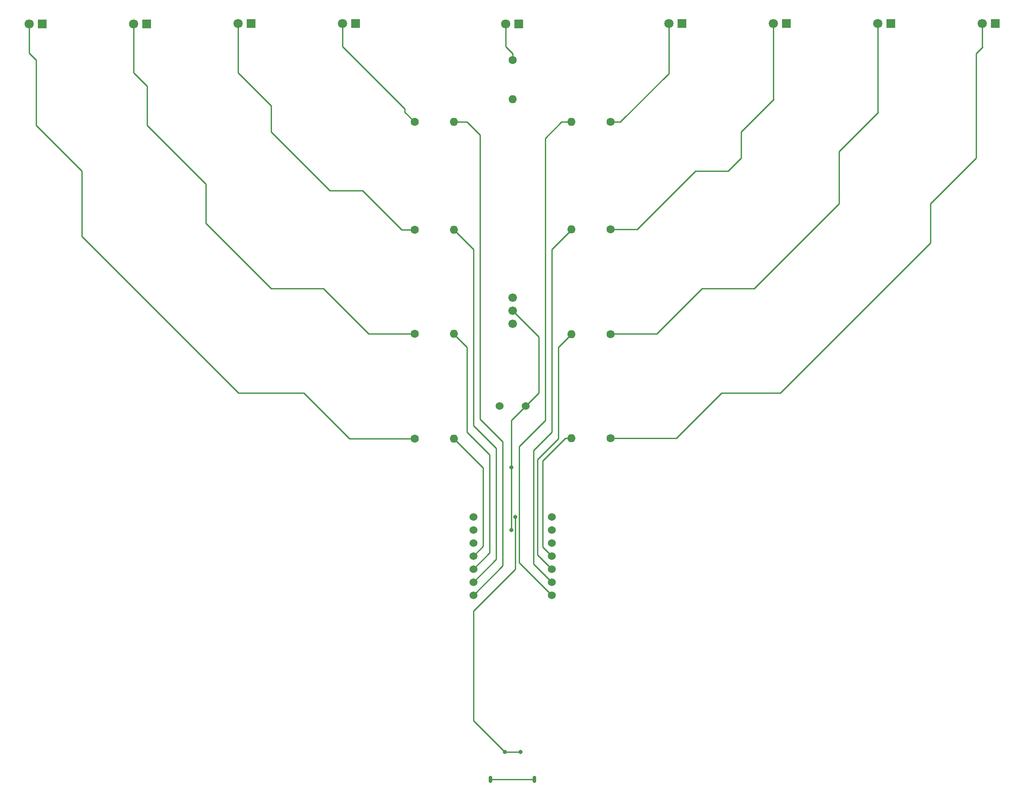
<source format=gbr>
%TF.GenerationSoftware,KiCad,Pcbnew,(6.0.9)*%
%TF.CreationDate,2022-11-09T13:14:35-05:00*%
%TF.ProjectId,CircuitPythonukiah,43697263-7569-4745-9079-74686f6e756b,1.0.0*%
%TF.SameCoordinates,Original*%
%TF.FileFunction,Copper,L1,Top*%
%TF.FilePolarity,Positive*%
%FSLAX46Y46*%
G04 Gerber Fmt 4.6, Leading zero omitted, Abs format (unit mm)*
G04 Created by KiCad (PCBNEW (6.0.9)) date 2022-11-09 13:14:35*
%MOMM*%
%LPD*%
G01*
G04 APERTURE LIST*
%TA.AperFunction,ComponentPad*%
%ADD10R,1.800000X1.800000*%
%TD*%
%TA.AperFunction,ComponentPad*%
%ADD11C,1.800000*%
%TD*%
%TA.AperFunction,ComponentPad*%
%ADD12C,1.600000*%
%TD*%
%TA.AperFunction,ComponentPad*%
%ADD13O,1.600000X1.600000*%
%TD*%
%TA.AperFunction,ComponentPad*%
%ADD14C,1.524000*%
%TD*%
%TA.AperFunction,ComponentPad*%
%ADD15C,1.676400*%
%TD*%
%TA.AperFunction,ComponentPad*%
%ADD16O,0.700000X1.400000*%
%TD*%
%TA.AperFunction,ViaPad*%
%ADD17C,0.800000*%
%TD*%
%TA.AperFunction,Conductor*%
%ADD18C,0.250000*%
%TD*%
G04 APERTURE END LIST*
D10*
%TO.P,D8,1,K*%
%TO.N,GND*%
X222144258Y-42439258D03*
D11*
%TO.P,D8,2,A*%
%TO.N,Net-(D8-Pad2)*%
X219604258Y-42439258D03*
%TD*%
D12*
%TO.P,R4,1*%
%TO.N,Net-(D4-Pad2)*%
X109220000Y-61595000D03*
D13*
%TO.P,R4,2*%
%TO.N,LED4*%
X116840000Y-61595000D03*
%TD*%
D12*
%TO.P,R9,1*%
%TO.N,Net-(D9-Pad2)*%
X128270000Y-49530000D03*
D13*
%TO.P,R9,2*%
%TO.N,SHAMASH*%
X128270000Y-57150000D03*
%TD*%
D10*
%TO.P,D9,1,K*%
%TO.N,GND*%
X129439258Y-42479258D03*
D11*
%TO.P,D9,2,A*%
%TO.N,Net-(D9-Pad2)*%
X126899258Y-42479258D03*
%TD*%
D12*
%TO.P,R3,1*%
%TO.N,Net-(D3-Pad2)*%
X109220000Y-82550000D03*
D13*
%TO.P,R3,2*%
%TO.N,LED3*%
X116840000Y-82550000D03*
%TD*%
D12*
%TO.P,R7,1*%
%TO.N,Net-(D7-Pad2)*%
X147320000Y-102870000D03*
D13*
%TO.P,R7,2*%
%TO.N,LED7*%
X139700000Y-102870000D03*
%TD*%
D12*
%TO.P,R6,1*%
%TO.N,Net-(D6-Pad2)*%
X147320000Y-82444258D03*
D13*
%TO.P,R6,2*%
%TO.N,LED6*%
X139700000Y-82444258D03*
%TD*%
D10*
%TO.P,D7,1,K*%
%TO.N,GND*%
X201824258Y-42439258D03*
D11*
%TO.P,D7,2,A*%
%TO.N,Net-(D7-Pad2)*%
X199284258Y-42439258D03*
%TD*%
D10*
%TO.P,D4,1,K*%
%TO.N,GND*%
X97684258Y-42439258D03*
D11*
%TO.P,D4,2,A*%
%TO.N,Net-(D4-Pad2)*%
X95144258Y-42439258D03*
%TD*%
D12*
%TO.P,R5,1*%
%TO.N,Net-(D5-Pad2)*%
X147320000Y-61595000D03*
D13*
%TO.P,R5,2*%
%TO.N,LED5*%
X139700000Y-61595000D03*
%TD*%
D10*
%TO.P,D3,1,K*%
%TO.N,GND*%
X77364258Y-42439258D03*
D11*
%TO.P,D3,2,A*%
%TO.N,Net-(D3-Pad2)*%
X74824258Y-42439258D03*
%TD*%
D12*
%TO.P,R8,1*%
%TO.N,Net-(D8-Pad2)*%
X147320000Y-123084258D03*
D13*
%TO.P,R8,2*%
%TO.N,LED8*%
X139700000Y-123084258D03*
%TD*%
D12*
%TO.P,R1,1*%
%TO.N,Net-(D1-Pad2)*%
X109220000Y-123190000D03*
D13*
%TO.P,R1,2*%
%TO.N,LED1*%
X116840000Y-123190000D03*
%TD*%
D10*
%TO.P,D5,1,K*%
%TO.N,GND*%
X161184258Y-42439258D03*
D11*
%TO.P,D5,2,A*%
%TO.N,Net-(D5-Pad2)*%
X158644258Y-42439258D03*
%TD*%
D10*
%TO.P,D6,1,K*%
%TO.N,GND*%
X181504258Y-42439258D03*
D11*
%TO.P,D6,2,A*%
%TO.N,Net-(D6-Pad2)*%
X178964258Y-42439258D03*
%TD*%
D14*
%TO.P,U1,1,5V*%
%TO.N,5V*%
X135890000Y-138430000D03*
%TO.P,U1,2,GND*%
%TO.N,GND*%
X135890000Y-140970000D03*
%TO.P,U1,3,3V*%
%TO.N,3V*%
X135890000Y-143510000D03*
%TO.P,U1,4,MO*%
%TO.N,LED8*%
X135890000Y-146050000D03*
%TO.P,U1,5,MI*%
%TO.N,LED7*%
X135890000Y-148590000D03*
%TO.P,U1,6,SCK*%
%TO.N,LED6*%
X135890000Y-151130000D03*
%TO.P,U1,7,RX*%
%TO.N,LED5*%
X135890000Y-153670000D03*
%TO.P,U1,8,A0*%
%TO.N,MUTE_BTN*%
X120650000Y-138430000D03*
%TO.P,U1,9,A1*%
%TO.N,SPKR*%
X120650000Y-140970000D03*
%TO.P,U1,10,A2*%
%TO.N,SHAMASH*%
X120650000Y-143510000D03*
%TO.P,U1,11,A3*%
%TO.N,LED1*%
X120650000Y-146050000D03*
%TO.P,U1,12,SDA*%
%TO.N,LED2*%
X120650000Y-148590000D03*
%TO.P,U1,13,SCL*%
%TO.N,LED3*%
X120650000Y-151130000D03*
%TO.P,U1,14,TX*%
%TO.N,LED4*%
X120650000Y-153670000D03*
%TD*%
D15*
%TO.P,SW1,1,A*%
%TO.N,MUTE_BTN*%
X128270000Y-95758000D03*
%TO.P,SW1,2,B*%
%TO.N,GND*%
X128270000Y-98298000D03*
%TO.P,SW1,3,C*%
%TO.N,unconnected-(SW1-Pad3)*%
X128270000Y-100838000D03*
%TD*%
D12*
%TO.P,R2,1*%
%TO.N,Net-(D2-Pad2)*%
X109220000Y-102764258D03*
D13*
%TO.P,R2,2*%
%TO.N,LED2*%
X116840000Y-102764258D03*
%TD*%
D10*
%TO.P,D2,1,K*%
%TO.N,GND*%
X57049258Y-42479258D03*
D11*
%TO.P,D2,2,A*%
%TO.N,Net-(D2-Pad2)*%
X54509258Y-42479258D03*
%TD*%
D14*
%TO.P,LS1,1,1*%
%TO.N,SPKR*%
X125730000Y-116840000D03*
%TO.P,LS1,2,2*%
%TO.N,GND*%
X130810000Y-116840000D03*
%TD*%
D10*
%TO.P,D1,1,K*%
%TO.N,GND*%
X36724258Y-42479258D03*
D11*
%TO.P,D1,2,A*%
%TO.N,Net-(D1-Pad2)*%
X34184258Y-42479258D03*
%TD*%
D16*
%TO.P,J1,S1,SHIELD*%
%TO.N,GND*%
X132540000Y-189484000D03*
%TO.P,J1,S2,SHIELD*%
X124000000Y-189484000D03*
%TD*%
D17*
%TO.N,GND*%
X128016000Y-140970000D03*
X128016000Y-128778000D03*
%TO.N,5V*%
X129794000Y-184150000D03*
X126746000Y-184150000D03*
X128778000Y-138430000D03*
%TD*%
D18*
%TO.N,GND*%
X128016000Y-140970000D02*
X128016000Y-128778000D01*
X128270000Y-98298000D02*
X133350000Y-103378000D01*
X128016000Y-128778000D02*
X128016000Y-119634000D01*
X124000000Y-189484000D02*
X132540000Y-189484000D01*
X133350000Y-103378000D02*
X133350000Y-114300000D01*
X128016000Y-119634000D02*
X130810000Y-116840000D01*
X133350000Y-114300000D02*
X130810000Y-116840000D01*
%TO.N,5V*%
X120650000Y-178054000D02*
X126746000Y-184150000D01*
X120650000Y-156718000D02*
X128016000Y-149352000D01*
X120650000Y-160020000D02*
X120650000Y-178054000D01*
X128016000Y-149352000D02*
X128778000Y-148590000D01*
X120650000Y-160020000D02*
X120650000Y-156718000D01*
X128778000Y-138684000D02*
X128778000Y-138430000D01*
X126746000Y-184150000D02*
X129794000Y-184150000D01*
X128778000Y-148590000D02*
X128778000Y-138684000D01*
%TO.N,LED1*%
X116840000Y-123190000D02*
X122555000Y-128905000D01*
X122555000Y-144145000D02*
X120650000Y-146050000D01*
X122555000Y-128905000D02*
X122555000Y-144145000D01*
%TO.N,LED2*%
X119380000Y-105410000D02*
X119380000Y-121920000D01*
X116840000Y-102870000D02*
X119380000Y-105410000D01*
X119380000Y-121920000D02*
X123825000Y-126365000D01*
X123825000Y-145415000D02*
X120650000Y-148590000D01*
X116840000Y-102764258D02*
X116840000Y-102870000D01*
X123825000Y-126365000D02*
X123825000Y-145415000D01*
%TO.N,LED3*%
X116734258Y-82444258D02*
X120650000Y-86360000D01*
X120650000Y-120650000D02*
X125095000Y-125095000D01*
X120650000Y-86360000D02*
X120650000Y-120650000D01*
X125095000Y-146685000D02*
X120650000Y-151130000D01*
X125095000Y-125095000D02*
X125095000Y-146685000D01*
%TO.N,LED4*%
X126365000Y-123825000D02*
X126365000Y-147955000D01*
X119380000Y-61595000D02*
X121920000Y-64135000D01*
X117475000Y-61595000D02*
X119380000Y-61595000D01*
X121920000Y-119380000D02*
X126365000Y-123825000D01*
X126365000Y-147955000D02*
X120650000Y-153670000D01*
X121920000Y-64135000D02*
X121920000Y-119380000D01*
%TO.N,LED5*%
X134620000Y-64770000D02*
X134620000Y-119634000D01*
X139700000Y-61595000D02*
X137795000Y-61595000D01*
X129540000Y-147320000D02*
X135890000Y-153670000D01*
X134620000Y-119634000D02*
X129540000Y-124714000D01*
X137795000Y-61595000D02*
X134620000Y-64770000D01*
X129540000Y-124714000D02*
X129540000Y-147320000D01*
%TO.N,LED6*%
X135890000Y-86360000D02*
X135890000Y-121920000D01*
X132334000Y-147574000D02*
X135890000Y-151130000D01*
X135890000Y-121920000D02*
X132334000Y-125476000D01*
X139805742Y-82444258D02*
X135890000Y-86360000D01*
X132334000Y-125476000D02*
X132334000Y-147574000D01*
%TO.N,LED8*%
X139594258Y-123084258D02*
X138535742Y-123084258D01*
X138535742Y-123084258D02*
X134112000Y-127508000D01*
X134112000Y-144272000D02*
X135890000Y-146050000D01*
X134112000Y-127508000D02*
X134112000Y-144272000D01*
%TO.N,LED7*%
X133096000Y-145796000D02*
X135890000Y-148590000D01*
X139700000Y-102870000D02*
X137160000Y-105410000D01*
X137160000Y-105410000D02*
X137160000Y-123190000D01*
X137160000Y-123190000D02*
X133096000Y-127254000D01*
X133096000Y-127254000D02*
X133096000Y-145796000D01*
%TO.N,Net-(D1-Pad2)*%
X35560000Y-62230000D02*
X35560000Y-49530000D01*
X87630000Y-114300000D02*
X74930000Y-114300000D01*
X74930000Y-114300000D02*
X44450000Y-83820000D01*
X44450000Y-83820000D02*
X44450000Y-71120000D01*
X35560000Y-49530000D02*
X34184258Y-48154258D01*
X44450000Y-71120000D02*
X35560000Y-62230000D01*
X109220000Y-123190000D02*
X96520000Y-123190000D01*
X96520000Y-123190000D02*
X87630000Y-114300000D01*
X34184258Y-48154258D02*
X34184258Y-42479258D01*
%TO.N,Net-(D2-Pad2)*%
X57150000Y-54610000D02*
X57150000Y-62230000D01*
X54509258Y-51969258D02*
X57150000Y-54610000D01*
X68580000Y-81280000D02*
X81280000Y-93980000D01*
X57150000Y-62230000D02*
X68580000Y-73660000D01*
X91440000Y-93980000D02*
X100224258Y-102764258D01*
X100224258Y-102764258D02*
X109220000Y-102764258D01*
X68580000Y-73660000D02*
X68580000Y-81280000D01*
X54509258Y-42479258D02*
X54509258Y-51969258D01*
X81280000Y-93980000D02*
X91440000Y-93980000D01*
%TO.N,Net-(D3-Pad2)*%
X81280000Y-63500000D02*
X81280000Y-58420000D01*
X106680000Y-82550000D02*
X99060000Y-74930000D01*
X106680000Y-82550000D02*
X109220000Y-82550000D01*
X74824258Y-51964258D02*
X74824258Y-42439258D01*
X99060000Y-74930000D02*
X92710000Y-74930000D01*
X81280000Y-58420000D02*
X74824258Y-51964258D01*
X92710000Y-74930000D02*
X81280000Y-63500000D01*
%TO.N,Net-(D4-Pad2)*%
X107315000Y-59055000D02*
X107315000Y-59690000D01*
X107315000Y-59055000D02*
X95144258Y-46884258D01*
X107315000Y-59690000D02*
X109220000Y-61595000D01*
X95144258Y-46884258D02*
X95144258Y-42439258D01*
%TO.N,Net-(D5-Pad2)*%
X149225000Y-61595000D02*
X147320000Y-61595000D01*
X149225000Y-61595000D02*
X158644258Y-52175742D01*
X158644258Y-52175742D02*
X158644258Y-42439258D01*
%TO.N,Net-(D6-Pad2)*%
X170180000Y-71120000D02*
X172720000Y-68580000D01*
X172720000Y-63500000D02*
X179070000Y-57150000D01*
X172720000Y-68580000D02*
X172720000Y-63500000D01*
X178964258Y-57044258D02*
X178964258Y-42439258D01*
X152294258Y-82444258D02*
X152505742Y-82444258D01*
X147320000Y-82444258D02*
X152294258Y-82444258D01*
X152505742Y-82444258D02*
X163830000Y-71120000D01*
X179070000Y-57150000D02*
X178964258Y-57044258D01*
X163830000Y-71120000D02*
X170180000Y-71120000D01*
%TO.N,Net-(D7-Pad2)*%
X199390000Y-59690000D02*
X191770000Y-67310000D01*
X165100000Y-93980000D02*
X156315742Y-102764258D01*
X199284258Y-59584258D02*
X199390000Y-59690000D01*
X175260000Y-93980000D02*
X165100000Y-93980000D01*
X199284258Y-42439258D02*
X199284258Y-59584258D01*
X191770000Y-67310000D02*
X191770000Y-77470000D01*
X191770000Y-77470000D02*
X175260000Y-93980000D01*
X156315742Y-102764258D02*
X147320000Y-102764258D01*
%TO.N,Net-(D8-Pad2)*%
X209550000Y-77470000D02*
X209550000Y-85090000D01*
X147320000Y-123084258D02*
X160125742Y-123084258D01*
X219710000Y-46990000D02*
X218440000Y-48260000D01*
X168910000Y-114300000D02*
X160125742Y-123084258D01*
X219604258Y-42439258D02*
X219604258Y-46884258D01*
X218440000Y-68580000D02*
X209550000Y-77470000D01*
X219604258Y-46884258D02*
X219710000Y-46990000D01*
X180340000Y-114300000D02*
X168910000Y-114300000D01*
X209550000Y-85090000D02*
X180340000Y-114300000D01*
X218440000Y-48260000D02*
X218440000Y-68580000D01*
%TO.N,Net-(D9-Pad2)*%
X128270000Y-48260000D02*
X128270000Y-49530000D01*
X126899258Y-46889258D02*
X128270000Y-48260000D01*
X126899258Y-42479258D02*
X126899258Y-46889258D01*
%TD*%
M02*

</source>
